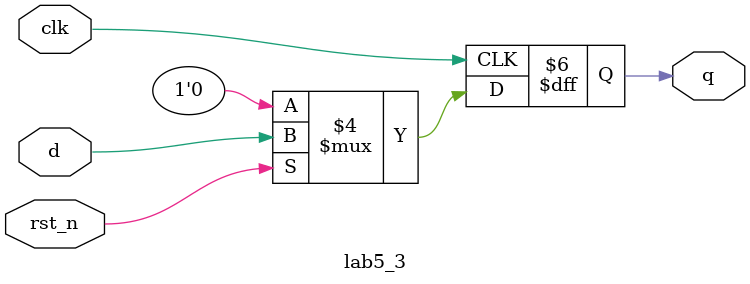
<source format=v>
`timescale 1ns / 1ps

module lab5_3(
input clk,rst_n,d,
output reg q);
always@(posedge clk)
begin
    if(rst_n == 0)
		q <= 1'b0;
	else
		q <= d;
end
endmodule
</source>
